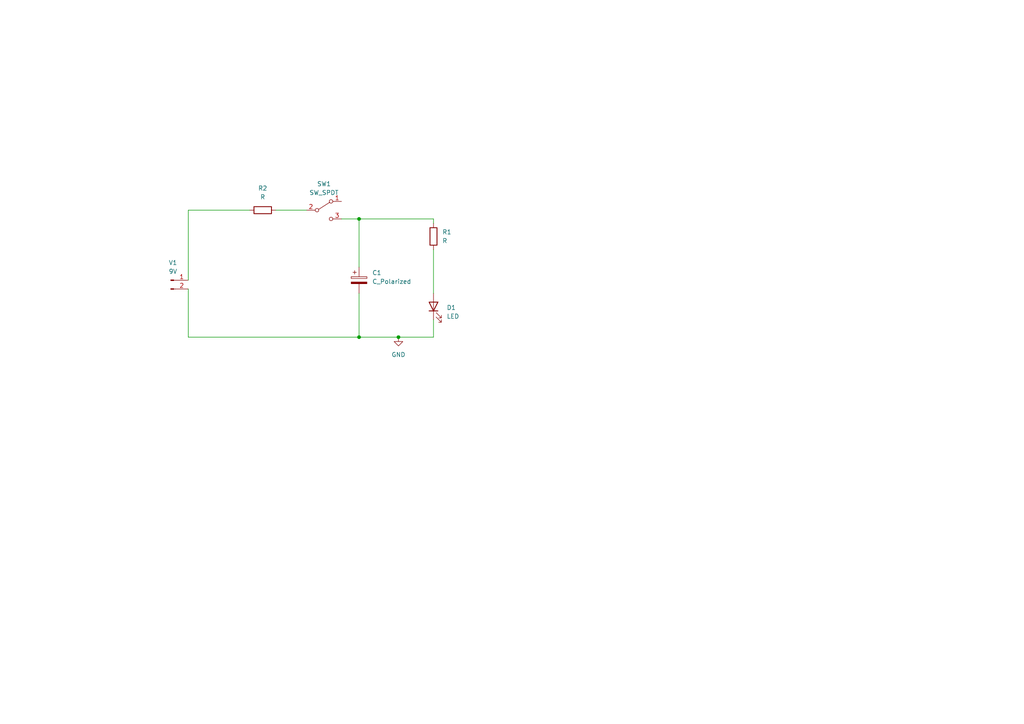
<source format=kicad_sch>
(kicad_sch (version 20211123) (generator eeschema)
  (paper "A4")
  (lib_symbols
    (symbol "Connector:Conn_01x02_Male" (pin_names (offset 1.016) hide)
      (property "Reference" "J" (at 0 2.54 0))
      (property "Value" "Conn_01x02_Male" (at 0 -5.08 0))
      (symbol "Conn_01x02_Male_1_1"
        (polyline (pts (xy 1.27 -2.54) (xy 0.8636 -2.54)) (stroke (width 0.1524)))
        (polyline (pts (xy 1.27 0) (xy 0.8636 0)) (stroke (width 0.1524)))
        (rectangle (start 0.8636 -2.413) (end 0 -2.667) (stroke (width 0.1524)) (fill (type outline)))
        (rectangle (start 0.8636 0.127) (end 0 -0.127) (stroke (width 0.1524)) (fill (type outline)))
        (pin passive line (at 5.08 0 180) (length 3.81) (name "Pin_1") (number "1"))
        (pin passive line (at 5.08 -2.54 180) (length 3.81) (name "Pin_2") (number "2"))
      )
    )
    (symbol "Device:C_Polarized" (pin_numbers hide) (pin_names (offset 0.254))
      (property "Reference" "C" (at 0.635 2.54 0))
      (property "Value" "C_Polarized" (at 0.635 -2.54 0))
      (symbol "C_Polarized_0_1"
        (rectangle (start -2.286 0.508) (end 2.286 1.016))
        (polyline (pts (xy -1.778 2.286) (xy -0.762 2.286)))
        (polyline (pts (xy -1.27 2.794) (xy -1.27 1.778)))
        (rectangle (start 2.286 -0.508) (end -2.286 -1.016) (fill (type outline)))
      )
      (symbol "C_Polarized_1_1"
        (pin passive line (at 0 3.81 270) (length 2.794) (name "~") (number "1"))
        (pin passive line (at 0 -3.81 90) (length 2.794) (name "~") (number "2"))
      )
    )
    (symbol "Device:LED" (pin_numbers hide) (pin_names (offset 1.016) hide)
      (property "Reference" "D" (at 0 2.54 0))
      (property "Value" "LED" (at 0 -2.54 0))
      (symbol "LED_0_1"
        (polyline (pts (xy -1.27 -1.27) (xy -1.27 1.27)) (stroke (width 0.254)))
        (polyline (pts (xy -1.27 0) (xy 1.27 0)))
        (polyline (pts (xy 1.27 -1.27) (xy 1.27 1.27) (xy -1.27 0) (xy 1.27 -1.27)) (stroke (width 0.254)))
        (polyline (pts (xy -3.048 -0.762) (xy -4.572 -2.286) (xy -3.81 -2.286) (xy -4.572 -2.286) (xy -4.572 -1.524)))
        (polyline (pts (xy -1.778 -0.762) (xy -3.302 -2.286) (xy -2.54 -2.286) (xy -3.302 -2.286) (xy -3.302 -1.524)))
      )
      (symbol "LED_1_1"
        (pin passive line (at -3.81 0 0) (length 2.54) (name "K") (number "1"))
        (pin passive line (at 3.81 0 180) (length 2.54) (name "A") (number "2"))
      )
    )
    (symbol "Device:R" (pin_numbers hide) (pin_names (offset 0))
      (property "Reference" "R" (at 2.032 0 90))
      (property "Value" "R" (at 0 0 90))
      (symbol "R_0_1"
        (rectangle (start -1.016 -2.54) (end 1.016 2.54) (stroke (width 0.254)))
      )
      (symbol "R_1_1"
        (pin passive line (at 0 3.81 270) (length 1.27) (name "~") (number "1"))
        (pin passive line (at 0 -3.81 90) (length 1.27) (name "~") (number "2"))
      )
    )
    (symbol "Switch:SW_SPDT" (pin_names (offset 0) hide)
      (property "Reference" "SW" (at 0 4.318 0))
      (property "Value" "SW_SPDT" (at 0 -5.08 0))
      (symbol "SW_SPDT_0_0"
        (circle (center -2.032 0) (radius 0.508))
        (circle (center 2.032 -2.54) (radius 0.508))
      )
      (symbol "SW_SPDT_0_1"
        (polyline (pts (xy -1.524 0.254) (xy 1.651 2.286)))
        (circle (center 2.032 2.54) (radius 0.508))
      )
      (symbol "SW_SPDT_1_1"
        (pin passive line (at 5.08 2.54 180) (length 2.54) (name "A") (number "1"))
        (pin passive line (at -5.08 0 0) (length 2.54) (name "B") (number "2"))
        (pin passive line (at 5.08 -2.54 180) (length 2.54) (name "C") (number "3"))
      )
    )
    (symbol "power:GND" (power) (pin_names (offset 0))
      (property "Value" "GND" (at 0 -3.81 0))
      (symbol "GND_0_1"
        (polyline (pts (xy 0 0) (xy 0 -1.27) (xy 1.27 -1.27) (xy 0 -2.54) (xy -1.27 -1.27) (xy 0 -1.27)))
      )
      (symbol "GND_1_1"
        (pin power_in line (at 0 0 270) (length 0) hide (name "GND") (number "1"))
      )
    )
  )
  (junction (at 104.14 97.79))
  (junction (at 104.14 63.5))
  (junction (at 115.57 97.79))
  (wire (pts (xy 54.61 97.79) (xy 104.14 97.79)))
  (wire (pts (xy 54.61 60.96) (xy 54.61 81.28)))
  (wire (pts (xy 125.73 63.5) (xy 125.73 64.77)))
  (wire (pts (xy 104.14 97.79) (xy 115.57 97.79)))
  (wire (pts (xy 80.01 60.96) (xy 88.9 60.96)))
  (wire (pts (xy 115.57 97.79) (xy 125.73 97.79)))
  (wire (pts (xy 104.14 63.5) (xy 125.73 63.5)))
  (wire (pts (xy 99.06 63.5) (xy 104.14 63.5)))
  (wire (pts (xy 104.14 85.09) (xy 104.14 97.79)))
  (wire (pts (xy 54.61 83.82) (xy 54.61 97.79)))
  (wire (pts (xy 125.73 92.71) (xy 125.73 97.79)))
  (wire (pts (xy 72.39 60.96) (xy 54.61 60.96)))
  (wire (pts (xy 104.14 77.47) (xy 104.14 63.5)))
  (wire (pts (xy 125.73 72.39) (xy 125.73 85.09)))
  (symbol (lib_id "Device:R") (at 125.73 68.58 0) (unit 1)
    (property "Reference" "R1" (at 128.27 67.3099 0) (effects (justify left)))
    (property "Value" "R" (at 128.27 69.8499 0) (effects (justify left)))
  )
  (symbol (lib_id "Connector:Conn_01x02_Male") (at 49.53 81.28 0) (unit 1)
    (property "Reference" "V1" (at 50.165 76.2 0))
    (property "Value" "9V" (at 50.165 78.74 0))
  )
  (symbol (lib_id "Device:C_Polarized") (at 104.14 81.28 0) (unit 1)
    (property "Reference" "C1" (at 107.95 79.1209 0) (effects (justify left)))
    (property "Value" "C_Polarized" (at 107.95 81.6609 0) (effects (justify left)))
  )
  (symbol (lib_id "Switch:SW_SPDT") (at 93.98 60.96 0) (unit 1)
    (property "Reference" "SW1" (at 93.98 53.34 0))
    (property "Value" "SW_SPDT" (at 93.98 55.88 0))
  )
  (symbol (lib_id "Device:R") (at 76.2 60.96 90) (unit 1)
    (property "Reference" "R2" (at 76.2 54.61 90))
    (property "Value" "R" (at 76.2 57.15 90))
  )
  (symbol (lib_id "power:GND") (at 115.57 97.79 0) (unit 1)
    (property "Reference" "#PWR?" (effects hide))
    (property "Value" "GND" (at 115.57 102.87 0))
  )
  (symbol (lib_id "Device:LED") (at 125.73 88.9 90) (unit 1)
    (property "Reference" "D1" (at 129.54 89.2174 90) (effects (justify right)))
    (property "Value" "LED" (at 129.54 91.7574 90) (effects (justify right)))
  )
)
</source>
